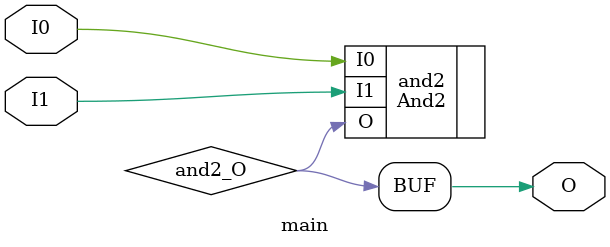
<source format=v>
module main (input  I0, input  I1, output  O);
wire  and2_O;
And2 and2 (.I0(I0), .I1(I1), .O(and2_O));
assign O = and2_O;
endmodule


</source>
